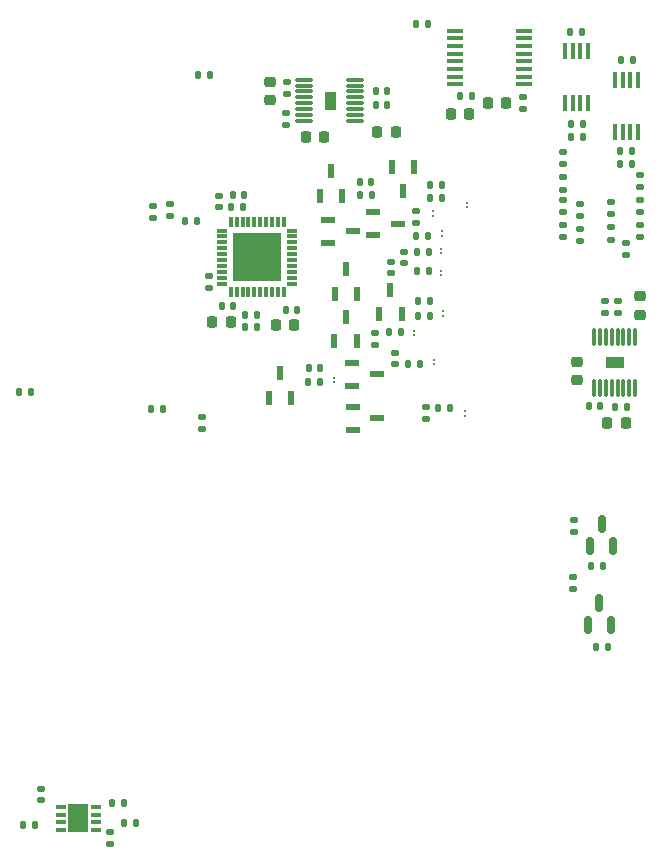
<source format=gbp>
G04 #@! TF.GenerationSoftware,KiCad,Pcbnew,8.0.7*
G04 #@! TF.CreationDate,2025-02-06T22:36:38-05:00*
G04 #@! TF.ProjectId,accessory_v3,61636365-7373-46f7-9279-5f76332e6b69,rev?*
G04 #@! TF.SameCoordinates,Original*
G04 #@! TF.FileFunction,Paste,Bot*
G04 #@! TF.FilePolarity,Positive*
%FSLAX46Y46*%
G04 Gerber Fmt 4.6, Leading zero omitted, Abs format (unit mm)*
G04 Created by KiCad (PCBNEW 8.0.7) date 2025-02-06 22:36:38*
%MOMM*%
%LPD*%
G01*
G04 APERTURE LIST*
G04 Aperture macros list*
%AMRoundRect*
0 Rectangle with rounded corners*
0 $1 Rounding radius*
0 $2 $3 $4 $5 $6 $7 $8 $9 X,Y pos of 4 corners*
0 Add a 4 corners polygon primitive as box body*
4,1,4,$2,$3,$4,$5,$6,$7,$8,$9,$2,$3,0*
0 Add four circle primitives for the rounded corners*
1,1,$1+$1,$2,$3*
1,1,$1+$1,$4,$5*
1,1,$1+$1,$6,$7*
1,1,$1+$1,$8,$9*
0 Add four rect primitives between the rounded corners*
20,1,$1+$1,$2,$3,$4,$5,0*
20,1,$1+$1,$4,$5,$6,$7,0*
20,1,$1+$1,$6,$7,$8,$9,0*
20,1,$1+$1,$8,$9,$2,$3,0*%
G04 Aperture macros list end*
%ADD10C,0.010000*%
%ADD11RoundRect,0.135000X0.185000X-0.135000X0.185000X0.135000X-0.185000X0.135000X-0.185000X-0.135000X0*%
%ADD12RoundRect,0.140000X0.170000X-0.140000X0.170000X0.140000X-0.170000X0.140000X-0.170000X-0.140000X0*%
%ADD13RoundRect,0.135000X-0.135000X-0.185000X0.135000X-0.185000X0.135000X0.185000X-0.135000X0.185000X0*%
%ADD14R,0.254000X0.152400*%
%ADD15RoundRect,0.140000X-0.140000X-0.170000X0.140000X-0.170000X0.140000X0.170000X-0.140000X0.170000X0*%
%ADD16RoundRect,0.035000X0.690000X0.105000X-0.690000X0.105000X-0.690000X-0.105000X0.690000X-0.105000X0*%
%ADD17R,1.250000X0.600000*%
%ADD18RoundRect,0.225000X-0.250000X0.225000X-0.250000X-0.225000X0.250000X-0.225000X0.250000X0.225000X0*%
%ADD19RoundRect,0.225000X0.225000X0.250000X-0.225000X0.250000X-0.225000X-0.250000X0.225000X-0.250000X0*%
%ADD20R,0.850000X0.350000*%
%ADD21R,1.700000X2.450000*%
%ADD22RoundRect,0.140000X0.140000X0.170000X-0.140000X0.170000X-0.140000X-0.170000X0.140000X-0.170000X0*%
%ADD23R,0.600000X1.250000*%
%ADD24RoundRect,0.135000X0.135000X0.185000X-0.135000X0.185000X-0.135000X-0.185000X0.135000X-0.185000X0*%
%ADD25RoundRect,0.225000X-0.225000X-0.250000X0.225000X-0.250000X0.225000X0.250000X-0.225000X0.250000X0*%
%ADD26RoundRect,0.140000X-0.170000X0.140000X-0.170000X-0.140000X0.170000X-0.140000X0.170000X0.140000X0*%
%ADD27R,0.450000X1.400000*%
%ADD28R,1.475000X0.450000*%
%ADD29RoundRect,0.035000X-0.105000X0.690000X-0.105000X-0.690000X0.105000X-0.690000X0.105000X0.690000X0*%
%ADD30RoundRect,0.150000X0.150000X-0.587500X0.150000X0.587500X-0.150000X0.587500X-0.150000X-0.587500X0*%
%ADD31RoundRect,0.135000X-0.185000X0.135000X-0.185000X-0.135000X0.185000X-0.135000X0.185000X0.135000X0*%
%ADD32R,0.300000X0.850000*%
%ADD33R,0.850000X0.300000*%
%ADD34R,4.050000X4.050000*%
G04 APERTURE END LIST*
D10*
X37413000Y-11721000D02*
X36587000Y-11721000D01*
X36587000Y-10299000D01*
X37413000Y-10299000D01*
X37413000Y-11721000D01*
G36*
X37413000Y-11721000D02*
G01*
X36587000Y-11721000D01*
X36587000Y-10299000D01*
X37413000Y-10299000D01*
X37413000Y-11721000D01*
G37*
X61821000Y-33613000D02*
X60399000Y-33613000D01*
X60399000Y-32787000D01*
X61821000Y-32787000D01*
X61821000Y-33613000D01*
G36*
X61821000Y-33613000D02*
G01*
X60399000Y-33613000D01*
X60399000Y-32787000D01*
X61821000Y-32787000D01*
X61821000Y-33613000D01*
G37*
D11*
X56743600Y-20496800D03*
X56743600Y-19476800D03*
D12*
X40792400Y-31696600D03*
X40792400Y-30736600D03*
D13*
X44321000Y-22479000D03*
X45341000Y-22479000D03*
D11*
X57565548Y-52427900D03*
X57565548Y-51407900D03*
D14*
X45694600Y-20421600D03*
X45694600Y-20802600D03*
X46431200Y-23977600D03*
X46431200Y-23596600D03*
X48615600Y-19697700D03*
X48615600Y-20078700D03*
D15*
X58940000Y-36880000D03*
X59900000Y-36880000D03*
D16*
X39160000Y-9260000D03*
X39160000Y-9760000D03*
X39160000Y-10260000D03*
X39160000Y-10760000D03*
X39160000Y-11260000D03*
X39160000Y-11760000D03*
X39160000Y-12260000D03*
X39160000Y-12760000D03*
X34840000Y-12760000D03*
X34840000Y-12260000D03*
X34840000Y-11760000D03*
X34840000Y-11260000D03*
X34840000Y-10760000D03*
X34840000Y-10260000D03*
X34840000Y-9760000D03*
X34840000Y-9260000D03*
D17*
X38921000Y-38902600D03*
X38921000Y-36992600D03*
X41021000Y-37947600D03*
D13*
X44295600Y-4546600D03*
X45315600Y-4546600D03*
D18*
X63220000Y-27605000D03*
X63220000Y-29155000D03*
D19*
X36495000Y-14160000D03*
X34945000Y-14160000D03*
D14*
X46558200Y-28854400D03*
X46558200Y-29235400D03*
D20*
X17160000Y-70832500D03*
X17160000Y-71482500D03*
X17160000Y-72132500D03*
X17160000Y-72782500D03*
X14260000Y-72782500D03*
X14260000Y-72132500D03*
X14260000Y-71482500D03*
X14260000Y-70832500D03*
D21*
X15710000Y-71807500D03*
D11*
X60820000Y-22800000D03*
X60820000Y-21780000D03*
D15*
X44503400Y-27990800D03*
X45463400Y-27990800D03*
D11*
X22020000Y-21000000D03*
X22020000Y-19980000D03*
D22*
X41830000Y-10250000D03*
X40870000Y-10250000D03*
D23*
X33746400Y-36237600D03*
X31836400Y-36237600D03*
X32791400Y-34137600D03*
D24*
X19560000Y-70480000D03*
X18540000Y-70480000D03*
D15*
X61160000Y-36970000D03*
X62120000Y-36970000D03*
X29850000Y-30230000D03*
X30810000Y-30230000D03*
D24*
X11695000Y-35740000D03*
X10675000Y-35740000D03*
D23*
X43078400Y-29133800D03*
X41168400Y-29133800D03*
X42123400Y-27033800D03*
D13*
X41984200Y-30632400D03*
X43004200Y-30632400D03*
D25*
X41025000Y-13730000D03*
X42575000Y-13730000D03*
D13*
X35168400Y-34823400D03*
X36188400Y-34823400D03*
D12*
X44323000Y-21381600D03*
X44323000Y-20421600D03*
D11*
X62110000Y-24090000D03*
X62110000Y-23070000D03*
D23*
X39309000Y-27373000D03*
X37399000Y-27373000D03*
X38354000Y-25273000D03*
D14*
X45796200Y-32969200D03*
X45796200Y-33350200D03*
D22*
X12010000Y-72410000D03*
X11050000Y-72410000D03*
D26*
X60310000Y-28020000D03*
X60310000Y-28980000D03*
D24*
X58397200Y-14126400D03*
X57377200Y-14126400D03*
D11*
X26210000Y-38880000D03*
X26210000Y-37860000D03*
D27*
X63080000Y-13655000D03*
X62430000Y-13655000D03*
X61780000Y-13655000D03*
X61130000Y-13655000D03*
X61130000Y-9255000D03*
X61780000Y-9255000D03*
X62430000Y-9255000D03*
X63080000Y-9255000D03*
D19*
X48781000Y-12192000D03*
X47231000Y-12192000D03*
D11*
X58166000Y-22934200D03*
X58166000Y-21914200D03*
X63230800Y-18391000D03*
X63230800Y-17371000D03*
D17*
X36821400Y-23068200D03*
X36821400Y-21158200D03*
X38921400Y-22113200D03*
D26*
X43281600Y-23827800D03*
X43281600Y-24787800D03*
X12530000Y-69310000D03*
X12530000Y-70270000D03*
D13*
X44371800Y-23825200D03*
X45391800Y-23825200D03*
D22*
X41830000Y-11400000D03*
X40870000Y-11400000D03*
D13*
X44473400Y-29235400D03*
X45493400Y-29235400D03*
D14*
X46456600Y-22110700D03*
X46456600Y-22491700D03*
D28*
X53458000Y-5105000D03*
X53458000Y-5755000D03*
X53458000Y-6405000D03*
X53458000Y-7055000D03*
X53458000Y-7705000D03*
X53458000Y-8355000D03*
X53458000Y-9005000D03*
X53458000Y-9655000D03*
X47582000Y-9655000D03*
X47582000Y-9005000D03*
X47582000Y-8355000D03*
X47582000Y-7705000D03*
X47582000Y-7055000D03*
X47582000Y-6405000D03*
X47582000Y-5755000D03*
X47582000Y-5105000D03*
D14*
X44094400Y-30924500D03*
X44094400Y-30543500D03*
D25*
X50375000Y-11220000D03*
X51925000Y-11220000D03*
D19*
X28605000Y-29810000D03*
X27055000Y-29810000D03*
D17*
X38870200Y-35168800D03*
X38870200Y-33258800D03*
X40970200Y-34213800D03*
D11*
X56718200Y-22609000D03*
X56718200Y-21589000D03*
D22*
X29620000Y-20060000D03*
X28660000Y-20060000D03*
D23*
X42225000Y-16628400D03*
X44135000Y-16628400D03*
X43180000Y-18728400D03*
D14*
X46431200Y-25819100D03*
X46431200Y-25438100D03*
D18*
X57920000Y-33175000D03*
X57920000Y-34725000D03*
D11*
X26746200Y-26900600D03*
X26746200Y-25880600D03*
D23*
X38069800Y-19098000D03*
X36159800Y-19098000D03*
X37114800Y-16998000D03*
D22*
X62633200Y-7619600D03*
X61673200Y-7619600D03*
D29*
X59360000Y-31040000D03*
X59860000Y-31040000D03*
X60360000Y-31040000D03*
X60860000Y-31040000D03*
X61360000Y-31040000D03*
X61860000Y-31040000D03*
X62360000Y-31040000D03*
X62860000Y-31040000D03*
X62860000Y-35360000D03*
X62360000Y-35360000D03*
X61860000Y-35360000D03*
X61360000Y-35360000D03*
X60860000Y-35360000D03*
X60360000Y-35360000D03*
X59860000Y-35360000D03*
X59360000Y-35360000D03*
D24*
X60111348Y-50472100D03*
X59091348Y-50472100D03*
D30*
X60955748Y-48768000D03*
X59055748Y-48768000D03*
X60005748Y-46893000D03*
D11*
X63230800Y-22607400D03*
X63230800Y-21587400D03*
D27*
X58861600Y-11267800D03*
X58211600Y-11267800D03*
X57561600Y-11267800D03*
X56911600Y-11267800D03*
X56911600Y-6867800D03*
X57561600Y-6867800D03*
X58211600Y-6867800D03*
X58861600Y-6867800D03*
D11*
X58166000Y-20802600D03*
X58166000Y-19782600D03*
D31*
X18420000Y-72970000D03*
X18420000Y-73990000D03*
D24*
X25730000Y-21200000D03*
X24710000Y-21200000D03*
X26890000Y-8850000D03*
X25870000Y-8850000D03*
D12*
X27640000Y-20080000D03*
X27640000Y-19120000D03*
D11*
X56718200Y-16434800D03*
X56718200Y-15414800D03*
D25*
X32455000Y-30030000D03*
X34005000Y-30030000D03*
D26*
X53365400Y-10774800D03*
X53365400Y-11734800D03*
X45135800Y-37010400D03*
X45135800Y-37970400D03*
D24*
X58422600Y-13059600D03*
X57402600Y-13059600D03*
X62564200Y-15315800D03*
X61544200Y-15315800D03*
D14*
X37354800Y-34518600D03*
X37354800Y-34899600D03*
D18*
X31970000Y-9425000D03*
X31970000Y-10975000D03*
D13*
X44344400Y-25501600D03*
X45364400Y-25501600D03*
D15*
X39519600Y-17952400D03*
X40479600Y-17952400D03*
D11*
X57655548Y-47557900D03*
X57655548Y-46537900D03*
X63230800Y-20473800D03*
X63230800Y-19453800D03*
D22*
X48994000Y-10668000D03*
X48034000Y-10668000D03*
D24*
X22887400Y-37185600D03*
X21867400Y-37185600D03*
D12*
X42545000Y-33350200D03*
X42545000Y-32390200D03*
D15*
X29850000Y-29190000D03*
X30810000Y-29190000D03*
D22*
X29740000Y-19010000D03*
X28780000Y-19010000D03*
D13*
X19570000Y-72240000D03*
X20590000Y-72240000D03*
D22*
X58321000Y-5216800D03*
X57361000Y-5216800D03*
D15*
X35198400Y-33705800D03*
X36158400Y-33705800D03*
D23*
X39293800Y-31419800D03*
X37383800Y-31419800D03*
X38338800Y-29319800D03*
D25*
X60505000Y-38360000D03*
X62055000Y-38360000D03*
D26*
X33370000Y-9500000D03*
X33370000Y-10460000D03*
D24*
X60566548Y-57304700D03*
X59546548Y-57304700D03*
D11*
X60845400Y-20641000D03*
X60845400Y-19621000D03*
D24*
X62589600Y-16408000D03*
X61569600Y-16408000D03*
D11*
X56718200Y-18568400D03*
X56718200Y-17548400D03*
D26*
X61380000Y-28030000D03*
X61380000Y-28990000D03*
D12*
X42189400Y-25626000D03*
X42189400Y-24666000D03*
D11*
X23430000Y-20790000D03*
X23430000Y-19770000D03*
D15*
X45496600Y-18161000D03*
X46456600Y-18161000D03*
D22*
X28840000Y-28450000D03*
X27880000Y-28450000D03*
D30*
X60777948Y-55422800D03*
X58877948Y-55422800D03*
X59827948Y-53547800D03*
D32*
X33110000Y-27240000D03*
X32610000Y-27240000D03*
X32110000Y-27240000D03*
X31610000Y-27240000D03*
X31110000Y-27240000D03*
X30610000Y-27240000D03*
X30110000Y-27240000D03*
X29610000Y-27240000D03*
X29110000Y-27240000D03*
X28610000Y-27240000D03*
D33*
X27910000Y-26540000D03*
X27910000Y-26040000D03*
X27910000Y-25540000D03*
X27910000Y-25040000D03*
X27910000Y-24540000D03*
X27910000Y-24040000D03*
X27910000Y-23540000D03*
X27910000Y-23040000D03*
X27910000Y-22540000D03*
X27910000Y-22040000D03*
D32*
X28610000Y-21340000D03*
X29110000Y-21340000D03*
X29610000Y-21340000D03*
X30110000Y-21340000D03*
X30610000Y-21340000D03*
X31110000Y-21340000D03*
X31610000Y-21340000D03*
X32110000Y-21340000D03*
X32610000Y-21340000D03*
X33110000Y-21340000D03*
D33*
X33810000Y-22040000D03*
X33810000Y-22540000D03*
X33810000Y-23040000D03*
X33810000Y-23540000D03*
X33810000Y-24040000D03*
X33810000Y-24540000D03*
X33810000Y-25040000D03*
X33810000Y-25540000D03*
X33810000Y-26040000D03*
X33810000Y-26540000D03*
D34*
X30860000Y-24290000D03*
D13*
X46149800Y-37084000D03*
X47169800Y-37084000D03*
D17*
X40673600Y-22418000D03*
X40673600Y-20508000D03*
X42773600Y-21463000D03*
D12*
X33310000Y-13070000D03*
X33310000Y-12110000D03*
D13*
X43635200Y-33299400D03*
X44655200Y-33299400D03*
X45512800Y-19278600D03*
X46532800Y-19278600D03*
X39525800Y-19021800D03*
X40545800Y-19021800D03*
D14*
X48437800Y-37719000D03*
X48437800Y-37338000D03*
D15*
X33280000Y-28750000D03*
X34240000Y-28750000D03*
M02*

</source>
